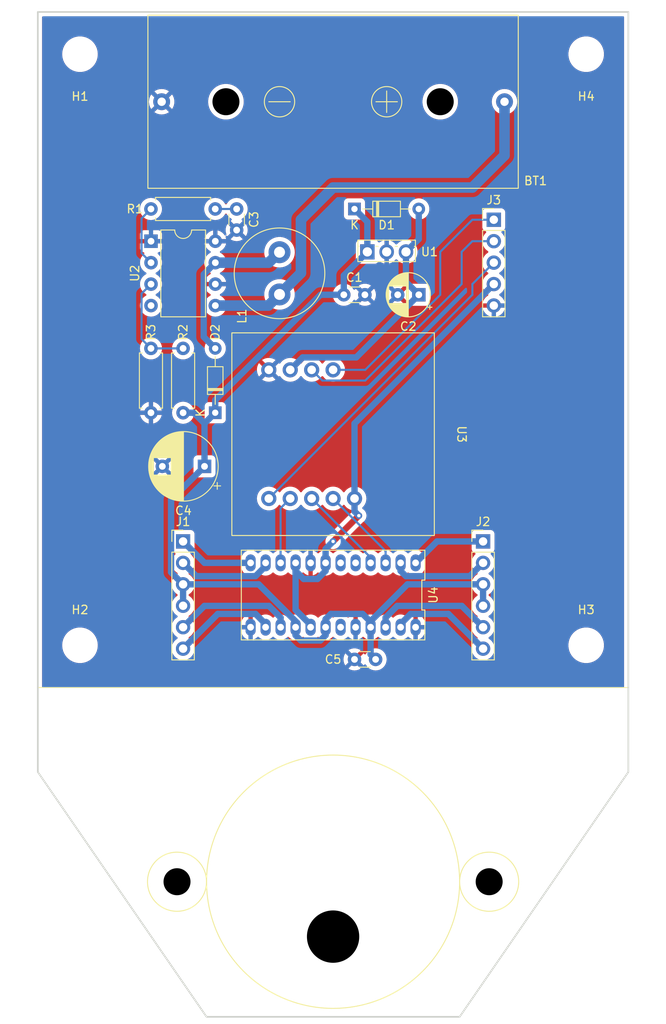
<source format=kicad_pcb>
(kicad_pcb (version 20211014) (generator pcbnew)
  (layers (0 "F.Cu" signal) (31 "B.Cu" signal) (34 "B.Paste" user) (35 "F.Paste" user) (36 "B.SilkS" user "B.Silkscreen") (37 "F.SilkS" user "F.Silkscreen") (38 "B.Mask" user) (39 "F.Mask" user) (44 "Edge.Cuts" user))
  (net 0 "")
  (net 1 "+10V")
  (net 2 "GND")
  (net 3 "+5V")
  (net 4 "Net-(C3-Pad1)")
  (net 5 "Net-(D2-Pad2)")
  (net 6 "Net-(J1-Pad1)")
  (net 7 "Net-(J1-Pad2)")
  (net 8 "Net-(J1-Pad5)")
  (net 9 "Net-(J1-Pad6)")
  (net 10 "Net-(J2-Pad1)")
  (net 11 "Net-(J2-Pad2)")
  (net 12 "Net-(J2-Pad5)")
  (net 13 "Net-(J2-Pad6)")
  (net 14 "Net-(BT1-Pad1)")
  (net 15 "Net-(R1-Pad2)")
  (net 16 "Net-(R2-Pad2)")
  (net 18 "/EXT1")
  (net 19 "/EXT2")
  (net 20 "/EXT3")
  (net 21 "/LATCH")
  (net 22 "/CLK")
  (net 23 "/DATA")
  (net 24 "+3V3")
  (footprint "Capacitor_THT:C_Disc_D3.0mm_W1.6mm_P2.50mm" (layer "F.Cu") (at 163.96 101.73)
    (fp_text reference "C5" (at -2.54 0) (layer "F.SilkS"))
    (fp_text value "0.1u")
    (pad "1" thru_hole circle (at 0 0) (size 1.6 1.6) (drill 0.8) (layers *.Cu *.Mask) (net 2 "GND"))
    (pad "2" thru_hole circle (at 2.5 0) (size 1.6 1.6) (drill 0.8) (layers *.Cu *.Mask) (net 1 "+10V"))
  )
  (footprint "MountingHole:MountingHole_3.2mm_M3" (layer "F.Cu") (at 131.42 30.06)
    (fp_text reference "H1" (at 0 5) (layer "F.SilkS"))
    (fp_text value "MountingHole")
    (pad "" np_thru_hole circle (at 0 0) (size 3.2 3.2) (drill 3.2) (layers *.Cu *.Mask))
  )
  (footprint "Connector_PinHeader_2.54mm:PinHeader_1x06_P2.54mm_Vertical" (layer "F.Cu") (at 179.2 87.76)
    (fp_text reference "J2" (at 0 -2.33) (layer "F.SilkS"))
    (fp_text value "Stepper 2")
    (pad "1" thru_hole rect (at 0 0) (size 1.7 1.7) (drill 1) (layers *.Cu *.Mask) (net 10 "Net-(J2-Pad1)"))
    (pad "2" thru_hole oval (at 0 2.54) (size 1.7 1.7) (drill 1) (layers *.Cu *.Mask) (net 11 "Net-(J2-Pad2)"))
    (pad "3" thru_hole oval (at 0 5.08) (size 1.7 1.7) (drill 1) (layers *.Cu *.Mask) (net 1 "+10V"))
    (pad "4" thru_hole oval (at 0 7.62) (size 1.7 1.7) (drill 1) (layers *.Cu *.Mask) (net 1 "+10V"))
    (pad "5" thru_hole oval (at 0 10.16) (size 1.7 1.7) (drill 1) (layers *.Cu *.Mask) (net 12 "Net-(J2-Pad5)"))
    (pad "6" thru_hole oval (at 0 12.7) (size 1.7 1.7) (drill 1) (layers *.Cu *.Mask) (net 13 "Net-(J2-Pad6)"))
  )
  (footprint "Package_TO_SOT_THT:TO-251-3_Vertical" (layer "F.Cu") (at 165.48 53.47)
    (fp_text reference "U1" (at 7.37 0) (layer "F.SilkS"))
    (fp_text value "TA48M05F")
    (pad "1" thru_hole rect (at 0 0) (size 1.7175 1.8) (drill 1.1) (layers *.Cu *.Mask) (net 1 "+10V"))
    (pad "2" thru_hole oval (at 2.29 0) (size 1.7175 1.8) (drill 1.1) (layers *.Cu *.Mask) (net 2 "GND"))
    (pad "3" thru_hole oval (at 4.58 0) (size 1.7175 1.8) (drill 1.1) (layers *.Cu *.Mask) (net 3 "+5V"))
  )
  (footprint "MountingHole:MountingHole_3.2mm_M3" (layer "F.Cu") (at 131.42 100.06)
    (fp_text reference "H2" (at 0 -4.2) (layer "F.SilkS"))
    (fp_text value "MountingHole")
    (pad "" np_thru_hole circle (at 0 0) (size 3.2 3.2) (drill 3.2) (layers *.Cu *.Mask))
  )
  (footprint "Capacitor_THT:C_Disc_D3.0mm_W1.6mm_P2.50mm" (layer "F.Cu") (at 162.69 58.55)
    (fp_text reference "C1" (at 1.25 -2.05) (layer "F.SilkS"))
    (fp_text value "0.1u")
    (pad "1" thru_hole circle (at 0 0) (size 1.6 1.6) (drill 0.8) (layers *.Cu *.Mask) (net 1 "+10V"))
    (pad "2" thru_hole circle (at 2.5 0) (size 1.6 1.6) (drill 0.8) (layers *.Cu *.Mask) (net 2 "GND"))
  )
  (footprint "myfootprint:Takachi_CR123A-PC" (layer "F.Cu") (at 161.42 35.69)
    (fp_text reference "BT1" (at 24 9.37 unlocked) (layer "F.SilkS"))
    (fp_text value "Li-ion 16340")
    (pad "" np_thru_hole circle (at -12.7 0) (size 3.2 3.2) (drill 3.2) (layers *.Mask))
    (pad "" np_thru_hole circle (at 12.7 0) (size 3.2 3.2) (drill 3.2) (layers *.Mask))
    (pad "1" thru_hole circle (at 20.32 0) (size 2 2) (drill 1) (layers *.Cu *.Mask) (net 14 "Net-(BT1-Pad1)"))
    (pad "2" thru_hole circle (at -20.32 0) (size 2 2) (drill 1) (layers *.Cu *.Mask) (net 2 "GND"))
  )
  (footprint "Capacitor_THT:CP_Radial_D8.0mm_P5.00mm" (layer "F.Cu") (at 146.18 78.87 180)
    (fp_text reference "C4" (at 2.5 -5.25) (layer "F.SilkS"))
    (fp_text value "330u")
    (pad "1" thru_hole rect (at 0 0 180) (size 1.6 1.6) (drill 0.8) (layers *.Cu *.Mask) (net 1 "+10V"))
    (pad "2" thru_hole circle (at 5 0 180) (size 1.6 1.6) (drill 0.8) (layers *.Cu *.Mask) (net 2 "GND"))
  )
  (footprint "MountingHole:MountingHole_3.2mm_M3" (layer "F.Cu") (at 191.42 110.06)
    (fp_text reference "REF**" hide)
    (fp_text value "MountingHole_3.2mm_M3")
    (pad "" np_thru_hole circle (at 0 0) (size 3.2 3.2) (drill 3.2) (layers *.Cu *.Mask))
  )
  (footprint "MountingHole:MountingHole_3.2mm_M3" (layer "F.Cu") (at 191.42 30.06)
    (fp_text reference "H4" (at 0 5) (layer "F.SilkS"))
    (fp_text value "MountingHole")
    (pad "" np_thru_hole circle (at 0 0) (size 3.2 3.2) (drill 3.2) (layers *.Cu *.Mask))
  )
  (footprint "Connector_PinHeader_2.54mm:PinHeader_1x05_P2.54mm_Vertical" (layer "F.Cu") (at 180.47 49.665)
    (fp_text reference "J3" (at 0 -2.33) (layer "F.SilkS"))
    (fp_text value "Conn_01x05")
    (pad "1" thru_hole rect (at 0 0) (size 1.7 1.7) (drill 1) (layers *.Cu *.Mask) (net 18 "/EXT1"))
    (pad "2" thru_hole oval (at 0 2.54) (size 1.7 1.7) (drill 1) (layers *.Cu *.Mask) (net 19 "/EXT2"))
    (pad "3" thru_hole oval (at 0 5.08) (size 1.7 1.7) (drill 1) (layers *.Cu *.Mask) (net 20 "/EXT3"))
    (pad "4" thru_hole oval (at 0 7.62) (size 1.7 1.7) (drill 1) (layers *.Cu *.Mask) (net 24 "+3V3"))
    (pad "5" thru_hole oval (at 0 10.16) (size 1.7 1.7) (drill 1) (layers *.Cu *.Mask) (net 2 "GND"))
  )
  (footprint "Capacitor_THT:C_Disc_D3.0mm_W1.6mm_P2.50mm" (layer "F.Cu") (at 149.99 48.39 -90)
    (fp_text reference "C3" (at 1.25 -2.05 90) (layer "F.SilkS"))
    (fp_text value "1u")
    (pad "1" thru_hole circle (at 0 0 270) (size 1.6 1.6) (drill 0.8) (layers *.Cu *.Mask) (net 4 "Net-(C3-Pad1)"))
    (pad "2" thru_hole circle (at 2.5 0 270) (size 1.6 1.6) (drill 0.8) (layers *.Cu *.Mask) (net 2 "GND"))
  )
  (footprint "myfootprint:M5Atom" (layer "F.Cu") (at 161.42 67.44 -90)
    (fp_text reference "U3" (at 7.62 -15.24 -90 unlocked) (layer "F.SilkS"))
    (fp_text value "M5Atom")
    (pad "1" thru_hole circle (at 0 0 270) (size 1.8 1.8) (drill 1.02) (layers *.Cu *.Mask) (net 18 "/EXT1"))
    (pad "2" thru_hole circle (at 0 2.54 270) (size 1.8 1.8) (drill 1.02) (layers *.Cu *.Mask) (net 19 "/EXT2"))
    (pad "3" thru_hole circle (at 0 5.08 270) (size 1.8 1.8) (drill 1.02) (layers *.Cu *.Mask) (net 3 "+5V"))
    (pad "4" thru_hole circle (at 0 7.62 270) (size 1.8 1.8) (drill 1.02) (layers *.Cu *.Mask) (net 2 "GND"))
    (pad "5" thru_hole circle (at 15.24 7.62 270) (size 1.8 1.8) (drill 1.02) (layers *.Cu *.Mask) (net 20 "/EXT3"))
    (pad "6" thru_hole circle (at 15.24 5.08 270) (size 1.8 1.8) (drill 1.02) (layers *.Cu *.Mask) (net 21 "/LATCH"))
    (pad "7" thru_hole circle (at 15.24 2.54 270) (size 1.8 1.8) (drill 1.02) (layers *.Cu *.Mask) (net 22 "/CLK"))
    (pad "8" thru_hole circle (at 15.24 0 270) (size 1.8 1.8) (drill 1.02) (layers *.Cu *.Mask) (net 23 "/DATA"))
    (pad "9" thru_hole circle (at 15.24 -2.54 270) (size 1.8 1.8) (drill 1.02) (layers *.Cu *.Mask) (net 24 "+3V3"))
  )
  (footprint "MountingHole:MountingHole_3.2mm_M3" (layer "F.Cu") (at 191.42 100.06)
    (fp_text reference "H3" (at 0 -4.2) (layer "F.SilkS"))
    (fp_text value "MountingHole")
    (pad "" np_thru_hole circle (at 0 0) (size 3.2 3.2) (drill 3.2) (layers *.Cu *.Mask))
  )
  (footprint "Diode_THT:D_DO-34_SOD68_P7.62mm_Horizontal" (layer "F.Cu") (at 147.45 72.52 90)
    (fp_text reference "D2" (at 9.525 0 90) (layer "F.SilkS"))
    (fp_text value "1S3")
    (fp_text user "K" (at 0 -1.75 90) (layer "F.SilkS"))
    (pad "1" thru_hole rect (at 0 0 90) (size 1.5 1.5) (drill 0.75) (layers *.Cu *.Mask) (net 1 "+10V"))
    (pad "2" thru_hole oval (at 7.62 0 90) (size 1.5 1.5) (drill 0.75) (layers *.Cu *.Mask) (net 5 "Net-(D2-Pad2)"))
  )
  (footprint "MountingHole:MountingHole_3.2mm_M3" (layer "F.Cu") (at 131.42 110.06)
    (fp_text reference "REF**" hide)
    (fp_text value "MountingHole_3.2mm_M3")
    (pad "" np_thru_hole circle (at 0 0) (size 3.2 3.2) (drill 3.2) (layers *.Cu *.Mask))
  )
  (footprint "Diode_THT:D_DO-34_SOD68_P7.62mm_Horizontal" (layer "F.Cu") (at 163.955 48.39)
    (fp_text reference "D1" (at 3.81 1.905) (layer "F.SilkS"))
    (fp_text value "1S3")
    (fp_text user "K" (at 0.005 1.905) (layer "F.SilkS"))
    (pad "1" thru_hole rect (at 0 0) (size 1.5 1.5) (drill 0.75) (layers *.Cu *.Mask) (net 1 "+10V"))
    (pad "2" thru_hole oval (at 7.62 0) (size 1.5 1.5) (drill 0.75) (layers *.Cu *.Mask) (net 3 "+5V"))
  )
  (footprint "myfootprint:Copal_SPG27" (layer "F.Cu") (at 161.42 128.06 180)
    (fp_text reference "REF**" hide)
    (fp_text value "Copal_SPG27")
    (pad "" np_thru_hole circle (at -18.5 0 180) (size 3.2 3.2) (drill 3.2) (layers *.Mask))
    (pad "" np_thru_hole circle (at 18.5 0 180) (size 3.2 3.2) (drill 3.2) (layers *.Mask))
    (pad "" np_thru_hole circle (at 0 -6.5 180) (size 6.2 6.2) (drill 6.2) (layers *.Mask))
  )
  (footprint "myfootprint:SDIP24_300mil" (layer "F.Cu") (at 171.199 90.3 180)
    (fp_text reference "U4" (at -2.1 -3.81 90) (layer "F.SilkS"))
    (fp_text value "TB67S158NG")
    (pad "1" thru_hole oval (at 0 0 180) (size 1.2 2) (drill 0.8) (layers *.Cu *.Mask) (net 10 "Net-(J2-Pad1)"))
    (pad "2" thru_hole oval (at 1.778 0 180) (size 1.2 2) (drill 0.8) (layers *.Cu *.Mask) (net 11 "Net-(J2-Pad2)"))
    (pad "3" thru_hole oval (at 3.556 0 180) (size 1.2 2) (drill 0.8) (layers *.Cu *.Mask) (net 23 "/DATA"))
    (pad "4" thru_hole oval (at 5.334 0 180) (size 1.2 2) (drill 0.8) (layers *.Cu *.Mask) (net 22 "/CLK"))
    (pad "5" thru_hole oval (at 7.112 0 180) (size 1.2 2) (drill 0.8) (layers *.Cu *.Mask))
    (pad "6" thru_hole oval (at 8.89 0 180) (size 1.2 2) (drill 0.8) (layers *.Cu *.Mask))
    (pad "7" thru_hole oval (at 10.668 0 180) (size 1.2 2) (drill 0.8) (layers *.Cu *.Mask) (net 24 "+3V3"))
    (pad "8" thru_hole oval (at 12.446 0 180) (size 1.2 2) (drill 0.8) (layers *.Cu *.Mask) (net 2 "GND"))
    (pad "9" thru_hole oval (at 14.224 0 180) (size 1.2 2) (drill 0.8) (layers *.Cu *.Mask) (net 24 "+3V3"))
    (pad "10" thru_hole oval (at 16.002 0 180) (size 1.2 2) (drill 0.8) (layers *.Cu *.Mask) (net 21 "/LATCH"))
    (pad "11" thru_hole oval (at 17.78 0 180) (size 1.2 2) (drill 0.8) (layers *.Cu *.Mask) (net 7 "Net-(J1-Pad2)"))
    (pad "12" thru_hole oval (at 19.558 0 180) (size 1.2 2) (drill 0.8) (layers *.Cu *.Mask) (net 6 "Net-(J1-Pad1)"))
    (pad "13" thru_hole oval (at 19.558 -7.62 180) (size 1.2 2) (drill 0.8) (layers *.Cu *.Mask) (net 2 "GND"))
    (pad "14" thru_hole oval (at 17.78 -7.62 180) (size 1.2 2) (drill 0.8) (layers *.Cu *.Mask) (net 9 "Net-(J1-Pad6)"))
    (pad "15" thru_hole oval (at 16.002 -7.62 180) (size 1.2 2) (drill 0.8) (layers *.Cu *.Mask) (net 8 "Net-(J1-Pad5)"))
    (pad "16" thru_hole oval (at 14.224 -7.62 180) (size 1.2 2) (drill 0.8) (layers *.Cu *.Mask) (net 1 "+10V"))
    (pad "17" thru_hole oval (at 12.446 -7.62 180) (size 1.2 2) (drill 0.8) (layers *.Cu *.Mask) (net 24 "+3V3"))
    (pad "18" thru_hole oval (at 10.668 -7.62 180) (size 1.2 2) (drill 0.8) (layers *.Cu *.Mask) (net 1 "+10V"))
    (pad "19" thru_hole oval (at 8.89 -7.62 180) (size 1.2 2) (drill 0.8) (layers *.Cu *.Mask))
    (pad "20" thru_hole oval (at 7.112 -7.62 180) (size 1.2 2) (drill 0.8) (layers *.Cu *.Mask) (net 2 "GND"))
    (pad "21" thru_hole oval (at 5.334 -7.62 180) (size 1.2 2) (drill 0.8) (layers *.Cu *.Mask) (net 1 "+10V"))
    (pad "22" thru_hole oval (at 3.556 -7.62 180) (size 1.2 2) (drill 0.8) (layers *.Cu *.Mask) (net 12 "Net-(J2-Pad5)"))
    (pad "23" thru_hole oval (at 1.778 -7.62 180) (size 1.2 2) (drill 0.8) (layers *.Cu *.Mask) (net 13 "Net-(J2-Pad6)"))
    (pad "24" thru_hole oval (at 0 -7.62 180) (size 1.2 2) (drill 0.8) (layers *.Cu *.Mask) (net 2 "GND"))
  )
  (footprint "Resistor_THT:R_Axial_DIN0207_L6.3mm_D2.5mm_P7.62mm_Horizontal" (layer "F.Cu") (at 139.83 64.9 -90)
    (fp_text reference "R3" (at -1.905 0 90) (layer "F.SilkS"))
    (fp_text value "1k")
    (pad "1" thru_hole circle (at 0 0 270) (size 1.6 1.6) (drill 0.8) (layers *.Cu *.Mask) (net 16 "Net-(R2-Pad2)"))
    (pad "2" thru_hole oval (at 7.62 0 270) (size 1.6 1.6) (drill 0.8) (layers *.Cu *.Mask) (net 2 "GND"))
  )
  (footprint "Resistor_THT:R_Axial_DIN0207_L6.3mm_D2.5mm_P7.62mm_Horizontal" (layer "F.Cu") (at 147.45 48.39 180)
    (fp_text reference "R1" (at 9.525 0) (layer "F.SilkS"))
    (fp_text value "1k")
    (pad "1" thru_hole circle (at 0 0 180) (size 1.6 1.6) (drill 0.8) (layers *.Cu *.Mask) (net 4 "Net-(C3-Pad1)"))
    (pad "2" thru_hole oval (at 7.62 0 180) (size 1.6 1.6) (drill 0.8) (layers *.Cu *.Mask) (net 15 "Net-(R1-Pad2)"))
  )
  (footprint "Resistor_THT:R_Axial_DIN0207_L6.3mm_D2.5mm_P7.62mm_Horizontal" (layer "F.Cu") (at 143.64 72.52 90)
    (fp_text reference "R2" (at 9.525 0 90) (layer "F.SilkS"))
    (fp_text value "7.5k")
    (pad "1" thru_hole circle (at 0 0 90) (size 1.6 1.6) (drill 0.8) (layers *.Cu *.Mask) (net 1 "+10V"))
    (pad "2" thru_hole oval (at 7.62 0 90) (size 1.6 1.6) (drill 0.8) (layers *.Cu *.Mask) (net 16 "Net-(R2-Pad2)"))
  )
  (footprint "Capacitor_THT:CP_Radial_D5.0mm_P2.50mm" (layer "F.Cu") (at 171.58 58.55 180)
    (fp_text reference "C2" (at 1.25 -3.75) (layer "F.SilkS"))
    (fp_text value "33u")
    (pad "1" thru_hole rect (at 0 0 180) (size 1.6 1.6) (drill 0.8) (layers *.Cu *.Mask) (net 3 "+5V"))
    (pad "2" thru_hole circle (at 2.5 0 180) (size 1.6 1.6) (drill 0.8) (layers *.Cu *.Mask) (net 2 "GND"))
  )
  (footprint "Package_DIP:DIP-8_W7.62mm" (layer "F.Cu") (at 139.84 52.21)
    (fp_text reference "U2" (at -1.915 3.8 90) (layer "F.SilkS"))
    (fp_text value "LT1172")
    (pad "1" thru_hole rect (at 0 0) (size 1.6 1.6) (drill 0.8) (layers *.Cu *.Mask) (net 2 "GND"))
    (pad "2" thru_hole oval (at 0 2.54) (size 1.6 1.6) (drill 0.8) (layers *.Cu *.Mask) (net 15 "Net-(R1-Pad2)"))
    (pad "3" thru_hole oval (at 0 5.08) (size 1.6 1.6) (drill 0.8) (layers *.Cu *.Mask) (net 16 "Net-(R2-Pad2)"))
    (pad "4" thru_hole oval (at 0 7.62) (size 1.6 1.6) (drill 0.8) (layers *.Cu *.Mask))
    (pad "5" thru_hole oval (at 7.62 7.62) (size 1.6 1.6) (drill 0.8) (layers *.Cu *.Mask) (net 14 "Net-(BT1-Pad1)"))
    (pad "6" thru_hole oval (at 7.62 5.08) (size 1.6 1.6) (drill 0.8) (layers *.Cu *.Mask) (net 2 "GND"))
    (pad "7" thru_hole oval (at 7.62 2.54) (size 1.6 1.6) (drill 0.8) (layers *.Cu *.Mask) (net 5 "Net-(D2-Pad2)"))
    (pad "8" thru_hole oval (at 7.62 0) (size 1.6 1.6) (drill 0.8) (layers *.Cu *.Mask) (net 2 "GND"))
  )
  (footprint "Connector_PinHeader_2.54mm:PinHeader_1x06_P2.54mm_Vertical" (layer "F.Cu") (at 143.64 87.76)
    (fp_text reference "J1" (at 0 -2.33) (layer "F.SilkS"))
    (fp_text value "Stepper 1")
    (pad "1" thru_hole rect (at 0 0) (size 1.7 1.7) (drill 1) (layers *.Cu *.Mask) (net 6 "Net-(J1-Pad1)"))
    (pad "2" thru_hole oval (at 0 2.54) (size 1.7 1.7) (drill 1) (layers *.Cu *.Mask) (net 7 "Net-(J1-Pad2)"))
    (pad "3" thru_hole oval (at 0 5.08) (size 1.7 1.7) (drill 1) (layers *.Cu *.Mask) (net 1 "+10V"))
    (pad "4" thru_hole oval (at 0 7.62) (size 1.7 1.7) (drill 1) (layers *.Cu *.Mask) (net 1 "+10V"))
    (pad "5" thru_hole oval (at 0 10.16) (size 1.7 1.7) (drill 1) (layers *.Cu *.Mask) (net 8 "Net-(J1-Pad5)"))
    (pad "6" thru_hole oval (at 0 12.7) (size 1.7 1.7) (drill 1) (layers *.Cu *.Mask) (net 9 "Net-(J1-Pad6)"))
  )
  (footprint "Inductor_THT:L_Radial_D10.5mm_P5.00mm_Abacron_AISR-01" (layer "F.Cu") (at 155.07 58.51 90)
    (fp_text reference "L1" (at -2.58 -4.445 90) (layer "F.SilkS"))
    (fp_text value "47u")
    (pad "1" thru_hole circle (at 0 0 90) (size 2.6 2.6) (drill 1.3) (layers *.Cu *.Mask) (net 14 "Net-(BT1-Pad1)"))
    (pad "2" thru_hole circle (at 5 0 90) (size 2.6 2.6) (drill 1.3) (layers *.Cu *.Mask) (net 5 "Net-(D2-Pad2)"))
  )
  (gr_line (start 126.42 105.06) (end 196.42 105.06) (layer "F.SilkS") (width 0.1))
  (gr_poly (pts (xy 126.42 115.06) (xy 126.42 25.06) (xy 196.42 25.06) (xy 196.42 115.06) (xy 176.42 144.06) (xy 146.42 144.06)) (layer "Edge.Cuts") (width 0.2) (fill none))
  (segment (start 165.865 101.135) (end 166.46 101.73) (width 0.75) (layer "B.Cu") (net 1))
  (segment (start 165.48 49.915) (end 163.955 48.39) (width 0.75) (layer "B.Cu") (net 1))
  (segment (start 160.531 98.87) (end 160.531 97.92) (width 0.75) (layer "B.Cu") (net 1))
  (segment (start 143.64 92.84) (end 142.215489 91.415489) (width 0.75) (layer "B.Cu") (net 1))
  (segment (start 144.91 72.52) (end 143.64 72.52) (width 0.75) (layer "B.Cu") (net 1))
  (segment (start 146.18 73.79) (end 144.91 72.52) (width 0.75) (layer "B.Cu") (net 1))
  (segment (start 170.237176 92.84) (end 165.865 97.212176) (width 0.75) (layer "B.Cu") (net 1))
  (segment (start 146.18 78.87) (end 146.18 73.79) (width 0.75) (layer "B.Cu") (net 1))
  (segment (start 142.215489 82.834511) (end 146.18 78.87) (width 0.75) (layer "B.Cu") (net 1))
  (segment (start 142.215489 91.415489) (end 142.215489 82.834511) (width 0.75) (layer "B.Cu") (net 1))
  (segment (start 146.18 73.79) (end 147.45 72.52) (width 0.75) (layer "B.Cu") (net 1))
  (segment (start 161.15552 96.34548) (end 164.92548 96.34548) (width 0.75) (layer "B.Cu") (net 1))
  (segment (start 159.92 58.55) (end 162.69 58.55) (width 0.75) (layer "B.Cu") (net 1))
  (segment (start 165.865 97.285) (end 165.865 97.92) (width 0.75) (layer "B.Cu") (net 1))
  (segment (start 160.531 97.92) (end 160.531 96.97) (width 0.75) (layer "B.Cu") (net 1))
  (segment (start 160.531 96.97) (end 161.15552 96.34548) (width 0.75) (layer "B.Cu") (net 1))
  (segment (start 162.69 56.26) (end 165.48 53.47) (width 0.75) (layer "B.Cu") (net 1))
  (segment (start 156.975 98.87) (end 157.59952 99.49452) (width 0.75) (layer "B.Cu") (net 1))
  (segment (start 165.865 97.212176) (end 165.865 97.92) (width 0.75) (layer "B.Cu") (net 1))
  (segment (start 165.865 97.92) (end 165.865 101.135) (width 0.75) (layer "B.Cu") (net 1))
  (segment (start 164.92548 96.34548) (end 165.865 97.285) (width 0.75) (layer "B.Cu") (net 1))
  (segment (start 152.602824 92.84) (end 156.975 97.212176) (width 0.75) (layer "B.Cu") (net 1))
  (segment (start 156.975 97.212176) (end 156.975 97.92) (width 0.75) (layer "B.Cu") (net 1))
  (segment (start 162.69 58.55) (end 162.69 56.26) (width 0.75) (layer "B.Cu") (net 1))
  (segment (start 179.2 92.84) (end 170.237176 92.84) (width 0.75) (layer "B.Cu") (net 1))
  (segment (start 156.975 97.92) (end 156.975 98.87) (width 0.75) (layer "B.Cu") (net 1))
  (segment (start 143.64 92.84) (end 143.64 95.38) (width 0.75) (layer "B.Cu") (net 1))
  (segment (start 165.48 53.47) (end 165.48 49.915) (width 0.75) (layer "B.Cu") (net 1))
  (segment (start 147.45 72.52) (end 147.45 71.02) (width 0.75) (layer "B.Cu") (net 1))
  (segment (start 147.45 71.02) (end 159.92 58.55) (width 0.75) (layer "B.Cu") (net 1))
  (segment (start 157.59952 99.49452) (end 159.90648 99.49452) (width 0.75) (layer "B.Cu") (net 1))
  (segment (start 179.2 92.84) (end 179.2 95.38) (width 0.75) (layer "B.Cu") (net 1))
  (segment (start 159.90648 99.49452) (end 160.531 98.87) (width 0.75) (layer "B.Cu") (net 1))
  (segment (start 143.64 92.84) (end 152.602824 92.84) (width 0.75) (layer "B.Cu") (net 1))
  (segment (start 170.06 53.47) (end 170.06 57.03) (width 0.75) (layer "B.Cu") (net 3))
  (segment (start 171.575 51.955) (end 170.06 53.47) (width 0.75) (layer "B.Cu") (net 3))
  (segment (start 170.06 57.03) (end 171.58 58.55) (width 0.75) (layer "B.Cu") (net 3))
  (segment (start 171.58 58.55) (end 164.164511 65.965489) (width 0.75) (layer "B.Cu") (net 3))
  (segment (start 171.575 48.39) (end 171.575 51.955) (width 0.75) (layer "B.Cu") (net 3))
  (segment (start 164.164511 65.965489) (end 157.814511 65.965489) (width 0.75) (layer "B.Cu") (net 3))
  (segment (start 157.814511 65.965489) (end 156.34 67.44) (width 0.75) (layer "B.Cu") (net 3))
  (segment (start 147.45 48.39) (end 149.99 48.39) (width 0.25) (layer "B.Cu") (net 4))
  (segment (start 146.085489 56.124511) (end 147.46 54.75) (width 0.75) (layer "B.Cu") (net 5))
  (segment (start 153.79 54.75) (end 147.46 54.75) (width 1.25) (layer "B.Cu") (net 5))
  (segment (start 147.45 64.9) (end 146.085489 63.535489) (width 0.75) (layer "B.Cu") (net 5))
  (segment (start 146.085489 63.535489) (end 146.085489 56.124511) (width 0.75) (layer "B.Cu") (net 5))
  (segment (start 155.03 53.51) (end 153.79 54.75) (width 1.25) (layer "B.Cu") (net 5))
  (segment (start 155.07 53.51) (end 155.03 53.51) (width 1.25) (layer "B.Cu") (net 5))
  (segment (start 151.641 90.3) (end 146.18 90.3) (width 0.75) (layer "B.Cu") (net 6))
  (segment (start 146.18 90.3) (end 143.64 87.76) (width 0.75) (layer "B.Cu") (net 6))
  (segment (start 152.22548 91.87452) (end 153.419 90.681) (width 0.75) (layer "B.Cu") (net 7))
  (segment (start 153.419 90.681) (end 153.419 90.3) (width 0.75) (layer "B.Cu") (net 7))
  (segment (start 143.64 90.3) (end 145.21452 91.87452) (width 0.75) (layer "B.Cu") (net 7))
  (segment (start 145.21452 91.87452) (end 152.22548 91.87452) (width 0.75) (layer "B.Cu") (net 7))
  (segment (start 155.197 96.777) (end 155.197 97.92) (width 0.75) (layer "B.Cu") (net 8))
  (segment (start 146.16404 95.39596) (end 153.81596 95.39596) (width 0.75) (layer "B.Cu") (net 8))
  (segment (start 143.64 97.92) (end 146.16404 95.39596) (width 0.75) (layer "B.Cu") (net 8))
  (segment (start 153.81596 95.39596) (end 155.197 96.777) (width 0.75) (layer "B.Cu") (net 8))
  (segment (start 152.22548 96.34548) (end 153.419 97.539) (width 0.75) (layer "B.Cu") (net 9))
  (segment (start 147.75452 96.34548) (end 152.22548 96.34548) (width 0.75) (layer "B.Cu") (net 9))
  (segment (start 153.419 97.539) (end 153.419 97.92) (width 0.75) (layer "B.Cu") (net 9))
  (segment (start 143.64 100.46) (end 147.75452 96.34548) (width 0.75) (layer "B.Cu") (net 9))
  (segment (start 179.2 87.76) (end 173.739 87.76) (width 0.75) (layer "B.Cu") (net 10))
  (segment (start 173.739 87.76) (end 171.199 90.3) (width 0.75) (layer "B.Cu") (net 10))
  (segment (start 169.421 91.25) (end 169.421 90.3) (width 0.75) (layer "B.Cu") (net 11))
  (segment (start 179.2 90.3) (end 177.62548 91.87452) (width 0.75) (layer "B.Cu") (net 11))
  (segment (start 170.04552 91.87452) (end 169.421 91.25) (width 0.75) (layer "B.Cu") (net 11))
  (segment (start 177.62548 91.87452) (end 170.04552 91.87452) (width 0.75) (layer "B.Cu") (net 11))
  (segment (start 169.02404 95.39596) (end 167.643 96.777) (width 0.75) (layer "B.Cu") (net 12))
  (segment (start 176.67596 95.39596) (end 169.02404 95.39596) (width 0.75) (layer "B.Cu") (net 12))
  (segment (start 167.643 96.777) (end 167.643 97.92) (width 0.75) (layer "B.Cu") (net 12))
  (segment (start 179.2 97.92) (end 176.67596 95.39596) (width 0.75) (layer "B.Cu") (net 12))
  (segment (start 175.08548 96.34548) (end 170.61452 96.34548) (width 0.75) (layer "B.Cu") (net 13))
  (segment (start 179.2 100.46) (end 175.08548 96.34548) (width 0.75) (layer "B.Cu") (net 13))
  (segment (start 169.421 97.539) (end 169.421 97.92) (width 0.75) (layer "B.Cu") (net 13))
  (segment (start 170.61452 96.34548) (end 169.421 97.539) (width 0.75) (layer "B.Cu") (net 13))
  (segment (start 181.74 42.04) (end 177.93 45.85) (width 1.25) (layer "B.Cu") (net 14))
  (segment (start 157.61 55.97) (end 155.07 58.51) (width 1.25) (layer "B.Cu") (net 14))
  (segment (start 161.42 45.85) (end 157.61 49.66) (width 1.25) (layer "B.Cu") (net 14))
  (segment (start 153.75 59.83) (end 147.46 59.83) (width 1.25) (layer "B.Cu") (net 14))
  (segment (start 155.07 58.51) (end 153.75 59.83) (width 1.25) (layer "B.Cu") (net 14))
  (segment (start 177.93 45.85) (end 161.42 45.85) (width 1.25) (layer "B.Cu") (net 14))
  (segment (start 157.61 49.66) (end 157.61 55.97) (width 1.25) (layer "B.Cu") (net 14))
  (segment (start 181.74 35.69) (end 181.74 42.04) (width 1.25) (layer "B.Cu") (net 14))
  (segment (start 139.84 54.75) (end 138.715489 53.625489) (width 0.25) (layer "B.Cu") (net 15))
  (segment (start 138.715489 49.504511) (end 139.83 48.39) (width 0.25) (layer "B.Cu") (net 15))
  (segment (start 138.715489 53.625489) (end 138.715489 49.504511) (width 0.25) (layer "B.Cu") (net 15))
  (segment (start 139.83 64.9) (end 138.715489 63.785489) (width 0.25) (layer "B.Cu") (net 16))
  (segment (start 143.64 64.9) (end 139.83 64.9) (width 0.25) (layer "B.Cu") (net 16))
  (segment (start 138.715489 63.785489) (end 138.715489 58.414511) (width 0.25) (layer "B.Cu") (net 16))
  (segment (start 138.715489 58.414511) (end 139.84 57.29) (width 0.25) (layer "B.Cu") (net 16))
  (segment (start 161.42 67.44) (end 165.23 67.44) (width 0.25) (layer "B.Cu") (net 18))
  (segment (start 165.23 67.44) (end 174.12 58.55) (width 0.25) (layer "B.Cu") (net 18))
  (segment (start 177.925 49.665) (end 180.47 49.665) (width 0.25) (layer "B.Cu") (net 18))
  (segment (start 174.12 58.55) (end 174.12 53.47) (width 0.25) (layer "B.Cu") (net 18))
  (segment (start 174.12 53.47) (end 177.925 49.665) (width 0.25) (layer "B.Cu") (net 18))
  (segment (start 176.66 57.28) (end 176.66 53.47) (width 0.25) (layer "B.Cu") (net 19))
  (segment (start 165.23 68.71) (end 176.66 57.28) (width 0.25) (layer "B.Cu") (net 19))
  (segment (start 160.15 68.71) (end 165.23 68.71) (width 0.25) (layer "B.Cu") (net 19))
  (segment (start 176.66 53.47) (end 177.925 52.205) (width 0.25) (layer "B.Cu") (net 19))
  (segment (start 158.88 67.44) (end 160.15 68.71) (width 0.25) (layer "B.Cu") (net 19))
  (segment (start 177.925 52.205) (end 180.47 52.205) (width 0.25) (layer "B.Cu") (net 19))
  (segment (start 153.8 82.68) (end 177.93 58.55) (width 0.25) (layer "B.Cu") (net 20))
  (segment (start 177.93 57.285) (end 180.47 54.745) (width 0.25) (layer "B.Cu") (net 20))
  (segment (start 177.93 58.55) (end 177.93 57.285) (width 0.25) (layer "B.Cu") (net 20))
  (segment (start 155.197 83.823) (end 156.34 82.68) (width 0.25) (layer "B.Cu") (net 21))
  (segment (start 155.197 90.3) (end 155.197 83.823) (width 0.25) (layer "B.Cu") (net 21))
  (segment (start 165.865 89.665) (end 158.88 82.68) (width 0.25) (layer "B.Cu") (net 22))
  (segment (start 165.865 90.3) (end 165.865 89.665) (width 0.25) (layer "B.Cu") (net 22))
  (segment (start 167.643 88.903) (end 161.42 82.68) (width 0.25) (layer "B.Cu") (net 23))
  (segment (start 167.643 90.3) (end 167.643 88.903) (width 0.25) (layer "B.Cu") (net 23))
  (segment (start 164.472299 84.707701) (end 161.42 87.76) (width 0.75) (layer "F.Cu") (net 24))
  (via (at 164.472299 84.707701) (size 0.8) (drill 0.4) (layers "F.Cu" "B.Cu") (net 24))
  (via (at 161.42 87.76) (size 0.8) (drill 0.4) (layers "F.Cu" "B.Cu") (net 24))
  (segment (start 156.975 90.3) (end 156.975 95.858978) (width 0.75) (layer "B.Cu") (net 24))
  (segment (start 158.753 97.636978) (end 158.753 97.92) (width 0.75) (layer "B.Cu") (net 24))
  (segment (start 157.93 92.205) (end 156.975 91.25) (width 0.75) (layer "B.Cu") (net 24))
  (segment (start 163.96 73.795) (end 163.96 82.68) (width 0.75) (layer "B.Cu") (net 24))
  (segment (start 160.531 91.25) (end 159.576 92.205) (width 0.75) (layer "B.Cu") (net 24))
  (segment (start 163.96 82.68) (end 163.96 84.195402) (width 0.75) (layer "B.Cu") (net 24))
  (segment (start 161.42 87.76) (end 160.531 88.649) (width 0.75) (layer "B.Cu") (net 24))
  (segment (start 156.975 91.25) (end 156.975 90.3) (width 0.75) (layer "B.Cu") (net 24))
  (segment (start 156.975 95.858978) (end 158.753 97.636978) (width 0.75) (layer "B.Cu") (net 24))
  (segment (start 163.96 84.195402) (end 164.472299 84.707701) (width 0.75) (layer "B.Cu") (net 24))
  (segment (start 180.47 57.285) (end 163.96 73.795) (width 0.75) (layer "B.Cu") (net 24))
  (segment (start 159.576 92.205) (end 157.93 92.205) (width 0.75) (layer "B.Cu") (net 24))
  (segment (start 160.531 88.649) (end 160.531 90.3) (width 0.75) (layer "B.Cu") (net 24))
  (segment (start 160.531 90.3) (end 160.531 91.25) (width 0.75) (layer "B.Cu") (net 24))
  (zone (net 2) (net_name "GND") (layers F&B.Cu) (connect_pads (clearance 0.508)) (min_thickness 0.254) (fill yes (thermal_gap 0.508) (thermal_bridge_width 0.508))
    (polygon (pts (xy 196.42 105.06) (xy 126.42 105.06) (xy 126.42 25.06) (xy 196.42 25.06)))
  )
)
</source>
